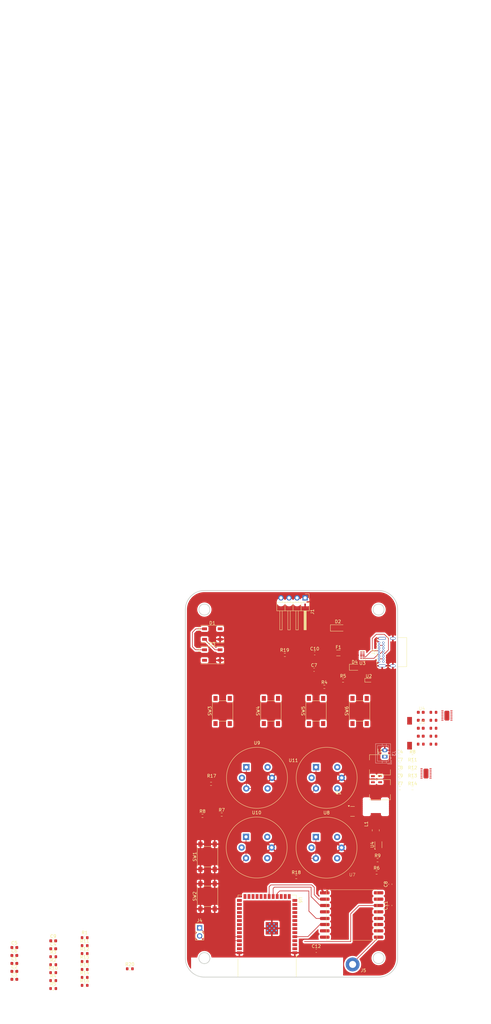
<source format=kicad_pcb>
(kicad_pcb (version 20240108) (generator "pcbnew") (generator_version "8.0")
  (layers (0 "F.Cu" signal) (31 "B.Cu" signal) (34 "B.Paste" user) (35 "F.Paste" user) (36 "B.SilkS" user "B.Silkscreen") (37 "F.SilkS" user "F.Silkscreen") (38 "B.Mask" user) (39 "F.Mask" user) (44 "Edge.Cuts" user))
  (net 0 "")
  (net 1 "GND")
  (net 2 "/3V3")
  (net 3 "/ESP32_EN")
  (net 4 "Net-(D2-K)")
  (net 5 "/5V")
  (net 6 "/VBAT")
  (net 7 "Net-(SW1-A)")
  (net 8 "Net-(D1-DOUT)")
  (net 9 "Net-(D2-A)")
  (net 11 "/LED_Data")
  (net 12 "Net-(D4-A)")
  (net 13 "/5VUSB")
  (net 15 "/I2C_SDA_OLED")
  (net 16 "/I2C_SCL_OLED")
  (net 18 "/USB_N")
  (net 19 "/USB_P")
  (net 20 "Net-(J2-CC2)")
  (net 21 "Net-(J2-CC1)")
  (net 22 "Net-(J5-In)")
  (net 23 "/TXD")
  (net 24 "/RXD")
  (net 25 "Net-(U5-SW)")
  (net 26 "Net-(Q1-G)")
  (net 27 "Net-(U1-PROG)")
  (net 28 "Net-(U4-FB)")
  (net 29 "Net-(U5-LBI)")
  (net 30 "Net-(U5-FB)")
  (net 31 "/MQ4ANALOG")
  (net 32 "/MQ6ANALOG")
  (net 33 "/MQ7ANALOG")
  (net 34 "/MQ8ANALOG")
  (net 35 "/SW1")
  (net 36 "/SW2")
  (net 37 "/SW3")
  (net 38 "/SW4")
  (net 39 "/MOSI")
  (net 40 "/MISO")
  (net 41 "/SCK")
  (net 42 "/DIO0")
  (net 43 "/RESET")
  (net 44 "/CHRG")
  (net 45 "/NSS")
  (net 67 "Net-(U4-EN)")
  (net 68 "Net-(U5-EN)")
  (net 69 "Net-(U4-L1)")
  (net 70 "Net-(U4-L2)")
  (net 71 "Net-(U5-L2)")
  (net 72 "Net-(U5-L1)")
  (footprint "Resistor_SMD:R_0603_1608Metric" (layer "F.Cu") (at 8.675 143.5)
    (property "Reference" "R4")
    (property "Value" "10k")
  )
  (footprint "Capacitor_SMD:C_0603_1608Metric" (layer "F.Cu") (at -3.6 138.08)
    (property "Reference" "C1")
    (property "Value" "10uF/6.3v")
  )
  (footprint "Resistor_SMD:R_0603_1608Metric" (layer "F.Cu") (at 18.6 139.99)
    (property "Reference" "R13")
    (property "Value" "1.8M")
  )
  (footprint "Resistor_SMD:R_0603_1608Metric" (layer "F.Cu") (at 85.4 110.8)
    (property "Reference" "R18")
    (property "Value" "5.1K")
  )
  (footprint "Resistor_SMD:R_0603_1608Metric" (layer "F.Cu") (at 118.11 82.77)
    (property "Reference" "R7")
    (property "Value" "1M")
  )
  (footprint "Capacitor_SMD:C_0603_1608Metric" (layer "F.Cu") (at 8.675 130.95)
    (property "Reference" "C9")
    (property "Value" "220uF/6.3v")
  )
  (footprint "Capacitor_SMD:C_0603_1608Metric" (layer "F.Cu") (at 115.1 113.075 90)
    (property "Reference" "C8")
    (property "Value" "2.2uF/6.3v")
  )
  (footprint "Capacitor_SMD:C_0603_1608Metric" (layer "F.Cu") (at 91.025 45.4)
    (property "Reference" "C7")
    (property "Value" "10uF/6.3v")
  )
  (footprint "Sensor:MQ-6" (layer "F.Cu") (at 91.64 76.14)
    (property "Reference" "U11")
    (property "Value" "MQ-4")
  )
  (footprint "Resistor_SMD:R_0603_1608Metric" (layer "F.Cu") (at 18.6 132.46)
    (property "Reference" "R11")
    (property "Value" "1M")
  )
  (footprint "Resistor_SMD:R_0603_1608Metric" (layer "F.Cu") (at 32.86 139.78)
    (property "Reference" "R20")
    (property "Value" "5.1K")
  )
  (footprint "ESP32:16x16 LoRa" (layer "F.Cu") (at 94.9 114.8)
    (property "Reference" "U7")
    (property "Value" "LoRa 16x16 Modul")
  )
  (footprint "Button_Switch_SMD:SW_Push_1P1T_NO_6x6mm_H9.5mm" (layer "F.Cu") (at 105.4 58.4 90)
    (property "Reference" "SW6")
    (property "Value" "SW_MEC_5E")
  )
  (footprint "MountingHole:MountingHole_2.2mm_M2_Pad" (layer "F.Cu") (at 103.2 138.4)
    (property "Reference" "J5")
    (property "Value" "Conn_Coaxial")
  )
  (footprint "Resistor_SMD:R_0603_1608Metric" (layer "F.Cu") (at 100.175 48.8)
    (property "Reference" "R5")
    (property "Value" "1K")
  )
  (footprint "Package_TO_SOT_SMD:SOT-23" (layer "F.Cu") (at 103.1625 90.1)
    (property "Reference" "Q1")
    (property "Value" "AO3401A")
  )
  (footprint "Connector_USB:USB_C_Receptacle_GCT_USB4085" (layer "F.Cu") (at 111.55 42.8 90)
    (property "Reference" "J2")
    (property "Value" "USB_C_Receptacle_USB2.0_16P")
  )
  (footprint "ESP32:TPS63020" (layer "F.Cu") (at 124.95 72.225)
    (property "Reference" "U4")
    (property "Value" "TPS63020")
  )
  (footprint "Package_SON:WSON-6-1EP_2x2mm_P0.65mm_EP1x1.6mm" (layer "F.Cu") (at 111.35 100.6125 90)
    (property "Reference" "U4")
    (property "Value" "TLV75801PDRV")
  )
  (footprint "Capacitor_SMD:C_0603_1608Metric" (layer "F.Cu") (at 8.675 133.46)
    (property "Reference" "C4")
    (property "Value" "10uF/6.3v")
  )
  (footprint "Resistor_SMD:R_0603_1608Metric" (layer "F.Cu") (at 111.075 105.5)
    (property "Reference" "R9")
    (property "Value" "10k")
  )
  (footprint "Capacitor_SMD:C_0603_1608Metric" (layer "F.Cu") (at -3.6 140.59)
    (property "Reference" "C2")
    (property "Value" "220nF/6.3v")
  )
  (footprint "Resistor_SMD:R_0603_1608Metric" (layer "F.Cu") (at 8.675 140.99)
    (property "Reference" "R10")
    (property "Value" "10k")
  )
  (footprint "Connector_PinHeader_2.54mm:PinHeader_1x02_P2.54mm_Vertical" (layer "F.Cu") (at 54.9 126.86)
    (property "Reference" "J4")
    (property "Value" "Conn_01x02_Pin")
  )
  (footprint "Sensor:MQ-6" (layer "F.Cu") (at 69.64 76.14)
    (property "Reference" "U9")
    (property "Value" "MQ-4")
  )
  (footprint "Resistor_SMD:R_0603_1608Metric" (layer "F.Cu") (at 122.12 82.77)
    (property "Reference" "R14")
    (property "Value" "1M")
  )
  (footprint "Connector_PinHeader_2.54mm:PinHeader_1x04_P2.54mm_Horizontal" (layer "F.Cu") (at 88.2 22.7 -90)
    (property "Reference" "J1")
    (property "Value" "Conn_01x04_Pin")
  )
  (footprint "Resistor_SMD:R_0603_1608Metric" (layer "F.Cu") (at 110.775 109.4)
    (property "Reference" "R6")
    (property "Value" "10k")
  )
  (footprint "Resistor_SMD:R_0603_1608Metric" (layer "F.Cu") (at 122.12 77.75)
    (property "Reference" "R12")
    (property "Value" "180k")
  )
  (footprint "Capacitor_SMD:C_0603_1608Metric" (layer "F.Cu") (at -3.6 133.06)
    (property "Reference" "C5")
    (property "Value" "0.1uF")
  )
  (footprint "RF_Module:ESP32-S3-WROOM-1" (layer "F.Cu") (at 76.2 129.46 180)
    (property "Reference" "U6")
    (property "Value" "ESP32-S3-WROOM-1")
  )
  (footprint "Resistor_SMD:R_0603_1608Metric" (layer "F.Cu") (at 18.6 137.48)
    (property "Reference" "R15")
    (property "Value" "5.1K")
  )
  (footprint "Package_DFN_QFN:Diodes_UDFN-10_1.0x2.5mm_P0.5mm" (layer "F.Cu") (at 106.3 40.8 180)
    (property "Reference" "U3")
    (property "Value" "ESD7104MUTAG")
  )
  (footprint "Inductor_SMD:L_1008_2520Metric" (layer "F.Cu") (at 110.5 96.075 90)
    (property "Reference" "L1")
    (property "Value" "6.8uH")
  )
  (footprint "LED_SMD:LED_WS2812B_PLCC4_5.0x5.0mm_P3.2mm" (layer "F.Cu") (at 58.9 34.13)
    (property "Reference" "D1")
    (property "Value" "WS2812B")
  )
  (footprint "Inductor_SMD:L_6.3x6.3_H3" (layer "F.Cu") (at 111.83 75.4)
    (property "Reference" "L1")
    (property "Value" "1.5uH")
  )
  (footprint "Button_Switch_SMD:SW_Push_1P1T_NO_6x6mm_H9.5mm" (layer "F.Cu") (at 57.4 116.9 90)
    (property "Reference" "SW2")
    (property "Value" "RESET")
  )
  (footprint "Resistor_SMD:R_0603_1608Metric" (layer "F.Cu") (at 18.6 145.01)
    (property "Reference" "R16")
    (property "Value" "200K")
  )
  (footprint "Resistor_SMD:R_0603_1608Metric" (layer "F.Cu") (at 58.5 81.4)
    (property "Reference" "R17")
    (property "Value" "5.1K")
  )
  (footprint "Resistor_SMD:R_0603_1608Metric" (layer "F.Cu") (at 61.875 91.1)
    (property "Reference" "R7")
    (property "Value" "2.5M")
  )
  (footprint "Capacitor_SMD:C_0603_1608Metric" (layer "F.Cu") (at 115.1 119.8 90)
    (property "Reference" "C11")
    (property "Value" "10uF")
  )
  (footprint "Capacitor_SMD:C_0603_1608Metric" (layer "F.Cu") (at 91.725 134.1)
    (property "Reference" "C12")
    (property "Value" "10uF/6.3v")
  )
  (footprint "Sensor:MQ-6" (layer "F.Cu") (at 69.54 98.14)
    (property "Reference" "U10")
    (property "Value" "MQ-4")
  )
  (footprint "LED_SMD:LED_WS2812B_PLCC4_5.0x5.0mm_P3.2mm" (layer "F.Cu") (at 58.9 40.75)
    (property "Reference" "D3")
    (property "Value" "WS2812B")
  )
  (footprint "Diode_SMD:D_SOD-123" (layer "F.Cu") (at 98.55 32.2)
    (property "Reference" "D2")
    (property "Value" "1N5819")
  )
  (footprint "Capacitor_SMD:C_0603_1608Metric" (layer "F.Cu") (at 91.225 40.2)
    (property "Reference" "C10")
    (property "Value" "0.1uF")
  )
  (footprint "Resistor_SMD:R_0603_1608Metric" (layer "F.Cu") (at 81.8 40.7)
    (property "Reference" "R19")
    (property "Value" "5.1K")
  )
  (footprint "Resistor_SMD:R_0603_1608Metric" (layer "F.Cu") (at 18.6 142.5)
    (property "Reference" "R14")
    (property "Value" "200K")
  )
  (footprint "Capacitor_SMD:C_0603_1608Metric" (layer "F.Cu") (at 118.11 72.73)
    (property "Reference" "C4")
    (property "Value" "100nF/6.3v")
  )
  (footprint "Resistor_SMD:R_0603_1608Metric" (layer "F.Cu") (at 18.6 129.95)
    (property "Reference" "R1")
    (property "Value" "2K")
  )
  (footprint "LED_SMD:LED_0805_2012Metric" (layer "F.Cu") (at 103.8625 44.6)
    (property "Reference" "D4")
    (property "Value" "LED")
  )
  (footprint "Capacitor_SMD:C_0603_1608Metric" (layer "F.Cu") (at 118.11 77.75)
    (property "Reference" "C8")
    (property "Value" "10uF/6.3v")
  )
  (footprint "Resistor_SMD:R_0603_1608Metric" (layer "F.Cu") (at 8.675 135.97)
    (property "Reference" "R3")
    (property "Value" "5.1k")
  )
  (footprint "Capacitor_SMD:C_0603_1608Metric" (layer "F.Cu") (at 118.11 75.24)
    (property "Reference" "C7")
    (property "Value" "10uF/6.3v")
  )
  (footprint "Button_Switch_SMD:SW_Push_1P1T_NO_6x6mm_H9.5mm" (layer "F.Cu") (at 77.4 58.4 90)
    (property "Reference" "SW4")
    (property "Value" "SW_MEC_5E")
  )
  (footprint "Resistor_SMD:R_0603_1608Metric" (layer "F.Cu") (at 122.12 75.24)
    (property "Reference" "R11")
    (property "Value" "180k")
  )
  (footprint "Button_Switch_SMD:SW_Push_1P1T_NO_6x6mm_H9.5mm" (layer "F.Cu") (at 91.65 58.4 90)
    (property "Reference" "SW5")
    (property "Value" "SW_MEC_5E")
  )
  (footprint "Resistor_SMD:R_0603_1608Metric" (layer "F.Cu") (at 94.275 50.8)
    (property "Reference" "R4")
    (property "Value" "10K")
  )
  (footprint "Button_Switch_SMD:SW_Push_1P1T_NO_6x6mm_H9.5mm" (layer "F.Cu") (at 62.16 58.4 90)
    (property "Reference" "SW3")
    (property "Value" "SW_MEC_5E")
  )
  (footprint "Resistor_SMD:R_0603_1608Metric" (layer "F.Cu") (at 55.8 91.5)
    (property "Reference" "R8")
    (property "Value" "500K")
  )
  (footprint "ESP32:D_SOD-523" (layer "F.Cu") (at 108.3 48.7)
    (property "Reference" "U2")
    (property "Value" "RSB6.8S")
  )
  (footprint "Capacitor_SMD:C_0603_1608Metric" (layer "F.Cu") (at 118.11 80.26)
    (property "Reference" "C9")
    (property "Value" "100nF/6.3v")
  )
  (footprint "Button_Switch_SMD:SW_Push_1P1T_NO_6x6mm_H9.5mm" (layer "F.Cu") (at 57.4 104.4 90)
    (property "Reference" "SW1")
    (property "Value" "BOOT")
  )
  (footprint "Resistor_SMD:R_0603_1608Metric" (layer "F.Cu") (at 122.12 72.73)
    (property "Reference" "R8")
    (property "Value" "1M")
  )
  (footprint "Fuse:Fuse_1206_3216Metric" (layer "F.Cu") (at 98.7 40.1)
    (property "Reference" "F1")
    (property "Value" "6V 1.2A")
  )
  (footprint "Resistor_SMD:R_0603_1608Metric" (layer "F.Cu") (at 8.675 138.48)
    (property "Reference" "R2")
    (property "Value" "5.1k")
  )
  (footprint "Capacitor_SMD:C_0603_1608Metric" (layer "F.Cu") (at -3.6 143.1)
    (property "Reference" "C3")
    (property "Value" "1uF/6.3v")
  )
  (footprint "Sensor:MQ-6" (layer "F.Cu") (at 91.6 98.18)
    (property "Reference" "U8")
    (property "Value" "MQ-4")
  )
  (footprint "Inductor_SMD:L_6.3x6.3_H3" (layer "F.Cu") (at 111.83 83.25)
    (property "Reference" "L2")
    (property "Value" "1.5uH")
  )
  (footprint "Resistor_SMD:R_0603_1608Metric" (layer "F.Cu") (at 18.6 134.97)
    (property "Reference" "R12")
    (property "Value" "200K")
  )
  (footprint "ESP32:TPS63020" (layer "F.Cu") (at 124.95 76.6)
    (property "Reference" "U5")
    (property "Value" "TPS63020")
  )
  (footprint "Resistor_SMD:R_0603_1608Metric" (layer "F.Cu") (at 122.12 80.26)
    (property "Reference" "R13")
    (property "Value" "1.6M")
  )
  (footprint "ESP32:SOT23-5L" (layer "F.Cu") (at 110.75 79.95 90)
    (property "Reference" "U1")
    (property "Value" "TP4054")
  )
  (footprint "Resistor_SMD:R_0603_1608Metric" (layer "F.Cu") (at 8.675 146.01)
    (property "Reference" "R5")
    (property "Value" "10k")
  )
  (footprint "Capacitor_SMD:C_0603_1608Metric" (layer "F.Cu") (at -3.6 135.57)
    (property "Reference" "C6")
    (property "Value" "0.1uF")
  )
  (footprint "Connector_JST:JST_PH_B2B-PH-K_1x02_P2.00mm_Vertical" (layer "B.Cu") (at 113.35 72.8 90)
    (property "Reference" "J3")
    (property "Value" "JST PH-1.25-2P LiPo connector")
  )
  (gr_line (start 56.4 142.4) (end 111.4 142.4) (stroke (width 0.25)) (layer "Edge.Cuts"))
  (gr_circle (center 111.4 26.4) (end 111.4 24.65) (stroke (width 0.25)) (fill none) (layer "Edge.Cuts"))
  (gr_circle (center 111.4 136.4) (end 111.4 134.65) (stroke (width 0.25)) (fill none) (layer "Edge.Cuts"))
  (gr_line (start 111.4 20.4) (end 56.4 20.4) (stroke (width 0.25)) (layer "Edge.Cuts"))
  (gr_circle (center 56.4 26.4) (end 56.4 24.65) (stroke (width 0.25)) (fill none) (layer "Edge.Cuts"))
  (gr_line (start 117.4 136.4) (end 117.4 26.4) (stroke (width 0.25)) (layer "Edge.Cuts"))
  (gr_curve (pts (xy 50.4 136.4) (xy 50.4 139.713708) (xy 53.086292 142.4) (xy 56.4 142.4)) (stroke (width 0.25)) (layer "Edge.Cuts"))
  (gr_circle (center 56.4 136.4) (end 56.4 134.65) (stroke (width 0.25)) (fill none) (layer "Edge.Cuts"))
  (gr_curve (pts (xy 117.4 26.4) (xy 117.4 23.086291) (xy 114.713709 20.4) (xy 111.4 20.4)) (stroke (width 0.25)) (layer "Edge.Cuts"))
  (gr_line (start 50.4 26.4) (end 50.4 136.4) (stroke (width 0.25)) (layer "Edge.Cuts"))
  (gr_curve (pts (xy 111.4 142.4) (xy 114.713709 142.4) (xy 117.4 139.713708) (xy 117.4 136.4)) (stroke (width 0.25)) (layer "Edge.Cuts"))
  (gr_curve (pts (xy 56.4 20.4) (xy 53.086292 20.4) (xy 50.4 23.086291) (xy 50.4 26.4)) (stroke (width 0.25)) (layer "Edge.Cuts"))
  (segment (start 52.6 33.6) (end 52.6 38.1) (width 0.2) (layer "F.Cu") (net 5))
  (segment (start 53.6 39.1) (end 56.45 39.1) (width 0.2) (layer "F.Cu") (net 5))
  (segment (start 53.72 32.48) (end 52.6 33.6) (width 0.2) (layer "F.Cu") (net 5))
  (segment (start 52.6 38.1) (end 53.6 39.1) (width 0.2) (layer "F.Cu") (net 5))
  (segment (start 56.45 32.48) (end 53.72 32.48) (width 0.2) (layer "F.Cu") (net 5))
  (segment (start 61.35 39.1) (end 59.77 39.1) (width 0.2) (layer "F.Cu") (net 8))
  (segment (start 59.77 39.1) (end 56.45 35.78) (width 0.2) (layer "F.Cu") (net 8))
  (segment (start 112.9 41.95) (end 111.55 41.95) (width 0.2) (layer "F.Cu") (net 13))
  (segment (start 112.9 37.7) (end 111.55 37.7) (width 0.2) (layer "F.Cu") (net 13))
  (segment (start 112.9 40.25) (end 113.394974 40.25) (width 0.2) (layer "F.Cu") (net 18))
  (segment (start 111.55 39.4) (end 109.225 39.4) (width 0.2) (layer "F.Cu") (net 18))
  (segment (start 113.394974 40.25) (end 114.5 39.144974) (width 0.2) (layer "F.Cu") (net 18))
  (segment (start 114.5 35.5) (end 113.2 34.2) (width 0.2) (layer "F.Cu") (net 18))
  (segment (start 109.225 39.4) (end 107.3 41.325) (width 0.2) (layer "F.Cu") (net 18))
  (segment (start 110.7 34.2) (end 109.4 35.5) (width 0.2) (layer "F.Cu") (net 18))
  (segment (start 113.2 34.2) (end 110.7 34.2) (width 0.2) (layer "F.Cu") (net 18))
  (segment (start 107.3 41.325) (end 106.6875 41.325) (width 0.2) (layer "F.Cu") (net 18))
  (segment (start 109.4 35.5) (end 109.4 39.4) (width 0.2) (layer "F.Cu") (net 18))
  (segment (start 109.4 39.4) (end 111.55 39.4) (width 0.2) (layer "F.Cu") (net 18))
  (segment (start 114.5 39.144974) (end 114.5 35.5) (width 0.2) (layer "F.Cu") (net 18))
  (segment (start 112.830761 39.4) (end 112.9 39.4) (width 0.2) (layer "F.Cu") (net 19))
  (segment (start 111.480761 40.25) (end 111.55 40.25) (width 0.2) (layer "F.Cu") (net 19))
  (segment (start 111.980761 40.25) (end 112.830761 39.4) (width 0.2) (layer "F.Cu") (net 19))
  (segment (start 106.6875 41.8) (end 109.930761 41.8) (width 0.2) (layer "F.Cu") (net 19))
  (segment (start 111.55 40.25) (end 111.980761 40.25) (width 0.2) (layer "F.Cu") (net 19))
  (segment (start 109.930761 41.8) (end 111.480761 40.25) (width 0.2) (layer "F.Cu") (net 19))
  (segment (start 103.2 138) (end 103.2 138.4) (width 0.2) (layer "F.Cu") (net 22))
  (segment (start 111.4 129.8) (end 103.2 138) (width 0.2) (layer "F.Cu") (net 22))
  (segment (start 54.9 129.4) (end 56.41 130.91) (width 0.2) (layer "F.Cu") (net 23))
  (segment (start 56.41 130.91) (end 67.45 130.91) (width 0.2) (layer "F.Cu") (net 23))
  (segment (start 54.9 126.86) (end 57.68 129.64) (width 0.2) (layer "F.Cu") (net 24))
  (segment (start 57.68 129.64) (end 67.45 129.64) (width 0.2) (layer "F.Cu") (net 24))
  (segment (start 91.6 104.9) (end 85.234314 104.9) (width 0.2) (layer "F.Cu") (net 31))
  (segment (start 68.2 107.1) (end 65.8 109.5) (width 0.2) (layer "F.Cu") (net 31))
  (segment (start 65.8 109.5) (end 65.8 127.2) (width 0.2) (layer "F.Cu") (net 31))
  (segment (start 91.6 98.18) (end 91.6 104.9) (width 0.2) (layer "F.Cu") (net 31))
  (segment (start 85.234314 104.9) (end 83.034314 107.1) (width 0.2) (layer "F.Cu") (net 31))
  (segment (start 83.034314 107.1) (end 68.2 107.1) (width 0.2) (layer "F.Cu") (net 31))
  (segment (start 65.4 109) (end 65.4 127.7) (width 0.2) (layer "F.Cu") (net 32))
  (segment (start 69.54 98.14) (end 69.54 104.86) (width 0.2) (layer "F.Cu") (net 32))
  (segment (start 69.54 104.86) (end 65.4 109) (width 0.2) (layer "F.Cu") (net 32))
  (segment (start 69.64 76.14) (end 69.64 82.86) (width 0.2) (layer "F.Cu") (net 33))
  (segment (start 83.2 92.6) (end 83.2 105.8) (width 0.2) (layer "F.Cu") (net 33))
  (segment (start 73.46 82.86) (end 83.2 92.6) (width 0.2) (layer "F.Cu") (net 33))
  (segment (start 69.64 82.86) (end 73.46 82.86) (width 0.2) (layer "F.Cu") (net 33))
  (segment (start 91.64 82.86) (end 83.6 90.9) (width 0.2) (layer "F.Cu") (net 34))
  (segment (start 83.6 90.9) (end 83.6 105.4) (width 0.2) (layer "F.Cu") (net 34))
  (segment (start 91.64 76.14) (end 91.64 82.86) (width 0.2) (layer "F.Cu") (net 34))
  (segment (start 78.5 114) (end 90.1 114) (width 0.2) (layer "F.Cu") (net 39))
  (segment (start 90.1 117) (end 92.9 119.8) (width 0.2) (layer "F.Cu") (net 39))
  (segment (start 90.1 114) (end 90.1 117) (width 0.2) (layer "F.Cu") (net 39))
  (segment (start 78.105 114.395) (end 78.5 114) (width 0.2) (layer "F.Cu") (net 39))
  (segment (start 78.105 116.96) (end 78.105 114.395) (width 0.2) (layer "F.Cu") (net 39))
  (segment (start 92.9 119.8) (end 94.4 119.8) (width 0.2) (layer "F.Cu") (net 39))
  (segment (start 90.3 113.3) (end 77.4 113.3) (width 0.2) (layer "F.Cu") (net 40))
  (segment (start 76.835 113.865) (end 76.835 116.96) (width 0.2) (layer "F.Cu") (net 40))
  (segment (start 77.4 113.3) (end 76.835 113.865) (width 0.2) (layer "F.Cu") (net 40))
  (segment (start 92.5 117.8) (end 91.1 116.4) (width 0.2) (layer "F.Cu") (net 40))
  (segment (start 91.1 114.1) (end 90.3 113.3) (width 0.2) (layer "F.Cu") (net 40))
  (segment (start 94.4 117.8) (end 92.5 117.8) (width 0.2) (layer "F.Cu") (net 40))
  (segment (start 91.1 116.4) (end 91.1 114.1) (width 0.2) (layer "F.Cu") (net 40))
  (segment (start 111.4 119.8) (end 105.2 119.8) (width 0.2) (layer "F.Cu") (net 42))
  (segment (start 103 122) (end 102.6 122.4) (width 0.2) (layer "F.Cu") (net 42))
  (segment (start 102.6 131.2) (end 88 131.2) (width 0.2) (layer "F.Cu") (net 42))
  (segment (start 105.2 119.8) (end 103 122) (width 0.2) (layer "F.Cu") (net 42))
  (segment (start 102.6 122.4) (end 102.6 131.2) (width 0.2) (layer "F.Cu") (net 42))
  (segment (start 89.06 129.64) (end 84.95 129.64) (width 0.2) (layer "F.Cu") (net 43))
  (segment (start 92.9 125.8) (end 89.06 129.64) (width 0.2) (layer "F.Cu") (net 43))
  (segment (start 94.4 125.8) (end 92.9 125.8) (width 0.2) (layer "F.Cu") (net 43))
  (segment (start 79.375 116.01) (end 79.375 116.96) (width 0.2) (layer "F.Cu") (net 45))
  (segment (start 80.185 115.2) (end 79.375 116.01) (width 0.2) (layer "F.Cu") (net 45))
  (segment (start 89.4 121.6) (end 89.4 115.2) (width 0.2) (layer "F.Cu") (net 45))
  (segment (start 91.7 123.9) (end 89.4 121.6) (width 0.2) (layer "F.Cu") (net 45))
  (segment (start 89.4 115.2) (end 80.185 115.2) (width 0.2) (layer "F.Cu") (net 45))
  (segment (start 94.4 123.9) (end 91.7 123.9) (width 0.2) (layer "F.Cu") (net 45))
  (zone (net 1) (net_name "GND") (layer "F.Cu") (name "GND") (connect_pads (clearance 0.5)) (min_thickness 0.25) (fill yes (thermal_gap 0.5) (thermal_bridge_width 0.5))
    (polygon (pts (xy 48.2 14.9) (xy 121.3 14.7) (xy 121 144.4) (xy 47.7 143.4) (xy 48.4 14.4)))
  )
)
</source>
